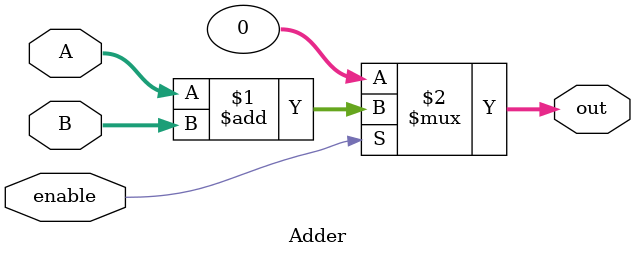
<source format=sv>
/*
Author: Ryan Pennell
*/
`ifndef _Adder_sv_
`define _Adder_sv_

module Adder #(
  parameter WIDTH = 32
)(
  out,
  A,
  B,
  enable
);
  output wire [WIDTH-1:0] out;
  input wire [WIDTH-1:0] A, B;
  input wire enable;

  assign out = (enable) ? A + B : {WIDTH{1'b0}};
endmodule

`endif

</source>
